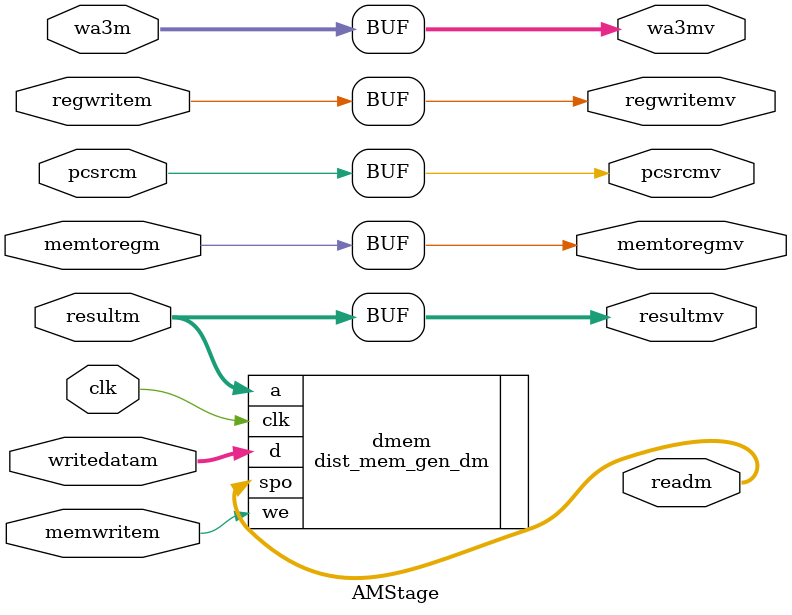
<source format=v>
`timescale 1ns / 1ps


module AMStage(
    //输入
    input clk,
    input pcsrcm,
    input regwritem,
    input memtoregm,
    input memwritem,
    input [31:0] resultm,
    input [31:0] writedatam,
    input [3:0] wa3m,
    //输出
    output pcsrcmv,
    output regwritemv,
    output memtoregmv,
    output [31:0] readm,
    output [31:0] resultmv,
    output [3:0] wa3mv
    );

    dist_mem_gen_dm dmem(
        .a(resultm),
        .d(writedatam),
        .clk(clk),
        .we(memwritem),
        .spo(readm) // 读取数据

    );
    assign pcsrcmv = pcsrcm;
    assign regwritemv = regwritem;
    assign memtoregmv = memtoregm;
    assign resultmv = resultm;
    assign wa3mv = wa3m;


endmodule

</source>
